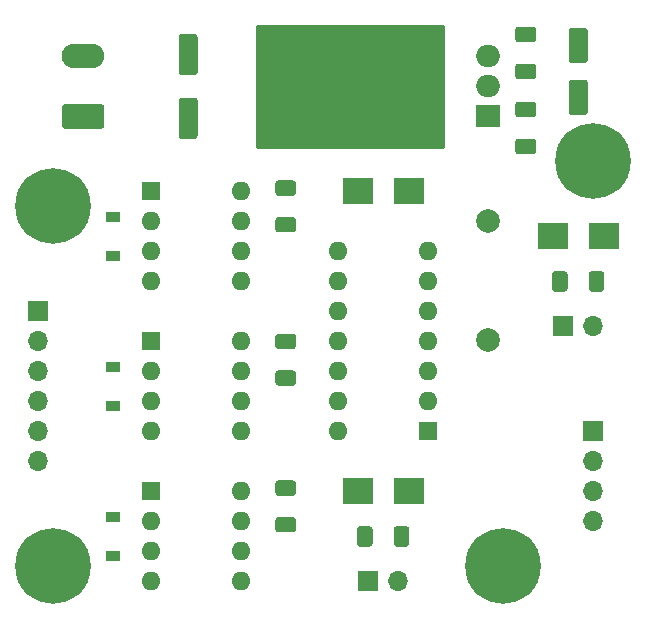
<source format=gbr>
%TF.GenerationSoftware,KiCad,Pcbnew,5.1.10-1.fc33*%
%TF.CreationDate,2021-06-13T17:02:16+02:00*%
%TF.ProjectId,power-driver,706f7765-722d-4647-9269-7665722e6b69,rev?*%
%TF.SameCoordinates,Original*%
%TF.FileFunction,Soldermask,Top*%
%TF.FilePolarity,Negative*%
%FSLAX46Y46*%
G04 Gerber Fmt 4.6, Leading zero omitted, Abs format (unit mm)*
G04 Created by KiCad (PCBNEW 5.1.10-1.fc33) date 2021-06-13 17:02:16*
%MOMM*%
%LPD*%
G01*
G04 APERTURE LIST*
%ADD10C,6.400000*%
%ADD11R,1.200000X0.900000*%
%ADD12O,1.700000X1.700000*%
%ADD13R,1.700000X1.700000*%
%ADD14O,2.000000X1.905000*%
%ADD15R,2.000000X1.905000*%
%ADD16O,3.500000X3.500000*%
%ADD17O,1.600000X1.600000*%
%ADD18R,1.600000X1.600000*%
%ADD19O,3.600000X2.080000*%
%ADD20R,2.500000X2.300000*%
%ADD21C,2.000000*%
%ADD22C,0.254000*%
%ADD23C,0.100000*%
G04 APERTURE END LIST*
D10*
%TO.C,H4*%
X100330000Y-119380000D03*
%TD*%
D11*
%TO.C,D6*%
X105410000Y-118490000D03*
X105410000Y-115190000D03*
%TD*%
%TO.C,D5*%
X105410000Y-105790000D03*
X105410000Y-102490000D03*
%TD*%
%TO.C,D4*%
X105410000Y-93090000D03*
X105410000Y-89790000D03*
%TD*%
D10*
%TO.C,H3*%
X138430000Y-119380000D03*
%TD*%
%TO.C,H2*%
X146050000Y-85090000D03*
%TD*%
%TO.C,H1*%
X100330000Y-88900000D03*
%TD*%
D12*
%TO.C,JP2*%
X129540000Y-120650000D03*
D13*
X127000000Y-120650000D03*
%TD*%
D12*
%TO.C,JP1*%
X146050000Y-99060000D03*
D13*
X143510000Y-99060000D03*
%TD*%
D12*
%TO.C,J3*%
X146050000Y-115570000D03*
X146050000Y-113030000D03*
X146050000Y-110490000D03*
D13*
X146050000Y-107950000D03*
%TD*%
D12*
%TO.C,J2*%
X99060000Y-110490000D03*
X99060000Y-107950000D03*
X99060000Y-105410000D03*
X99060000Y-102870000D03*
X99060000Y-100330000D03*
D13*
X99060000Y-97790000D03*
%TD*%
D14*
%TO.C,U1*%
X137160000Y-76200000D03*
X137160000Y-78740000D03*
D15*
X137160000Y-81280000D03*
D16*
X120500000Y-78740000D03*
%TD*%
D17*
%TO.C,U5*%
X124460000Y-107950000D03*
X132080000Y-92710000D03*
X124460000Y-105410000D03*
X132080000Y-95250000D03*
X124460000Y-102870000D03*
X132080000Y-97790000D03*
X124460000Y-100330000D03*
X132080000Y-100330000D03*
X124460000Y-97790000D03*
X132080000Y-102870000D03*
X124460000Y-95250000D03*
X132080000Y-105410000D03*
X124460000Y-92710000D03*
D18*
X132080000Y-107950000D03*
%TD*%
D17*
%TO.C,U4*%
X116205000Y-113030000D03*
X108585000Y-120650000D03*
X116205000Y-115570000D03*
X108585000Y-118110000D03*
X116205000Y-118110000D03*
X108585000Y-115570000D03*
X116205000Y-120650000D03*
D18*
X108585000Y-113030000D03*
%TD*%
D17*
%TO.C,U3*%
X116205000Y-100330000D03*
X108585000Y-107950000D03*
X116205000Y-102870000D03*
X108585000Y-105410000D03*
X116205000Y-105410000D03*
X108585000Y-102870000D03*
X116205000Y-107950000D03*
D18*
X108585000Y-100330000D03*
%TD*%
D17*
%TO.C,U2*%
X116205000Y-87630000D03*
X108585000Y-95250000D03*
X116205000Y-90170000D03*
X108585000Y-92710000D03*
X116205000Y-92710000D03*
X108585000Y-90170000D03*
X116205000Y-95250000D03*
D18*
X108585000Y-87630000D03*
%TD*%
%TO.C,R8*%
G36*
G01*
X129170000Y-117465000D02*
X129170000Y-116215000D01*
G75*
G02*
X129420000Y-115965000I250000J0D01*
G01*
X130220000Y-115965000D01*
G75*
G02*
X130470000Y-116215000I0J-250000D01*
G01*
X130470000Y-117465000D01*
G75*
G02*
X130220000Y-117715000I-250000J0D01*
G01*
X129420000Y-117715000D01*
G75*
G02*
X129170000Y-117465000I0J250000D01*
G01*
G37*
G36*
G01*
X126070000Y-117465000D02*
X126070000Y-116215000D01*
G75*
G02*
X126320000Y-115965000I250000J0D01*
G01*
X127120000Y-115965000D01*
G75*
G02*
X127370000Y-116215000I0J-250000D01*
G01*
X127370000Y-117465000D01*
G75*
G02*
X127120000Y-117715000I-250000J0D01*
G01*
X126320000Y-117715000D01*
G75*
G02*
X126070000Y-117465000I0J250000D01*
G01*
G37*
%TD*%
%TO.C,R7*%
G36*
G01*
X145680000Y-95875000D02*
X145680000Y-94625000D01*
G75*
G02*
X145930000Y-94375000I250000J0D01*
G01*
X146730000Y-94375000D01*
G75*
G02*
X146980000Y-94625000I0J-250000D01*
G01*
X146980000Y-95875000D01*
G75*
G02*
X146730000Y-96125000I-250000J0D01*
G01*
X145930000Y-96125000D01*
G75*
G02*
X145680000Y-95875000I0J250000D01*
G01*
G37*
G36*
G01*
X142580000Y-95875000D02*
X142580000Y-94625000D01*
G75*
G02*
X142830000Y-94375000I250000J0D01*
G01*
X143630000Y-94375000D01*
G75*
G02*
X143880000Y-94625000I0J-250000D01*
G01*
X143880000Y-95875000D01*
G75*
G02*
X143630000Y-96125000I-250000J0D01*
G01*
X142830000Y-96125000D01*
G75*
G02*
X142580000Y-95875000I0J250000D01*
G01*
G37*
%TD*%
%TO.C,R3*%
G36*
G01*
X119390000Y-115200000D02*
X120640000Y-115200000D01*
G75*
G02*
X120890000Y-115450000I0J-250000D01*
G01*
X120890000Y-116250000D01*
G75*
G02*
X120640000Y-116500000I-250000J0D01*
G01*
X119390000Y-116500000D01*
G75*
G02*
X119140000Y-116250000I0J250000D01*
G01*
X119140000Y-115450000D01*
G75*
G02*
X119390000Y-115200000I250000J0D01*
G01*
G37*
G36*
G01*
X119390000Y-112100000D02*
X120640000Y-112100000D01*
G75*
G02*
X120890000Y-112350000I0J-250000D01*
G01*
X120890000Y-113150000D01*
G75*
G02*
X120640000Y-113400000I-250000J0D01*
G01*
X119390000Y-113400000D01*
G75*
G02*
X119140000Y-113150000I0J250000D01*
G01*
X119140000Y-112350000D01*
G75*
G02*
X119390000Y-112100000I250000J0D01*
G01*
G37*
%TD*%
%TO.C,R2*%
G36*
G01*
X119390000Y-102780000D02*
X120640000Y-102780000D01*
G75*
G02*
X120890000Y-103030000I0J-250000D01*
G01*
X120890000Y-103830000D01*
G75*
G02*
X120640000Y-104080000I-250000J0D01*
G01*
X119390000Y-104080000D01*
G75*
G02*
X119140000Y-103830000I0J250000D01*
G01*
X119140000Y-103030000D01*
G75*
G02*
X119390000Y-102780000I250000J0D01*
G01*
G37*
G36*
G01*
X119390000Y-99680000D02*
X120640000Y-99680000D01*
G75*
G02*
X120890000Y-99930000I0J-250000D01*
G01*
X120890000Y-100730000D01*
G75*
G02*
X120640000Y-100980000I-250000J0D01*
G01*
X119390000Y-100980000D01*
G75*
G02*
X119140000Y-100730000I0J250000D01*
G01*
X119140000Y-99930000D01*
G75*
G02*
X119390000Y-99680000I250000J0D01*
G01*
G37*
%TD*%
%TO.C,R1*%
G36*
G01*
X119390000Y-89800000D02*
X120640000Y-89800000D01*
G75*
G02*
X120890000Y-90050000I0J-250000D01*
G01*
X120890000Y-90850000D01*
G75*
G02*
X120640000Y-91100000I-250000J0D01*
G01*
X119390000Y-91100000D01*
G75*
G02*
X119140000Y-90850000I0J250000D01*
G01*
X119140000Y-90050000D01*
G75*
G02*
X119390000Y-89800000I250000J0D01*
G01*
G37*
G36*
G01*
X119390000Y-86700000D02*
X120640000Y-86700000D01*
G75*
G02*
X120890000Y-86950000I0J-250000D01*
G01*
X120890000Y-87750000D01*
G75*
G02*
X120640000Y-88000000I-250000J0D01*
G01*
X119390000Y-88000000D01*
G75*
G02*
X119140000Y-87750000I0J250000D01*
G01*
X119140000Y-86950000D01*
G75*
G02*
X119390000Y-86700000I250000J0D01*
G01*
G37*
%TD*%
D19*
%TO.C,J1*%
X102870000Y-76200000D03*
G36*
G01*
X104420001Y-82320000D02*
X101319999Y-82320000D01*
G75*
G02*
X101070000Y-82070001I0J249999D01*
G01*
X101070000Y-80489999D01*
G75*
G02*
X101319999Y-80240000I249999J0D01*
G01*
X104420001Y-80240000D01*
G75*
G02*
X104670000Y-80489999I0J-249999D01*
G01*
X104670000Y-82070001D01*
G75*
G02*
X104420001Y-82320000I-249999J0D01*
G01*
G37*
%TD*%
D20*
%TO.C,D3*%
X130420000Y-113030000D03*
X126120000Y-113030000D03*
%TD*%
%TO.C,D2*%
X146930000Y-91440000D03*
X142630000Y-91440000D03*
%TD*%
%TO.C,D1*%
X126120000Y-87630000D03*
X130420000Y-87630000D03*
%TD*%
D21*
%TO.C,C10*%
X137160000Y-100170000D03*
X137160000Y-90170000D03*
%TD*%
%TO.C,C4*%
G36*
G01*
X144230000Y-78170000D02*
X145330000Y-78170000D01*
G75*
G02*
X145580000Y-78420000I0J-250000D01*
G01*
X145580000Y-80920000D01*
G75*
G02*
X145330000Y-81170000I-250000J0D01*
G01*
X144230000Y-81170000D01*
G75*
G02*
X143980000Y-80920000I0J250000D01*
G01*
X143980000Y-78420000D01*
G75*
G02*
X144230000Y-78170000I250000J0D01*
G01*
G37*
G36*
G01*
X144230000Y-73770000D02*
X145330000Y-73770000D01*
G75*
G02*
X145580000Y-74020000I0J-250000D01*
G01*
X145580000Y-76520000D01*
G75*
G02*
X145330000Y-76770000I-250000J0D01*
G01*
X144230000Y-76770000D01*
G75*
G02*
X143980000Y-76520000I0J250000D01*
G01*
X143980000Y-74020000D01*
G75*
G02*
X144230000Y-73770000I250000J0D01*
G01*
G37*
%TD*%
%TO.C,C3*%
G36*
G01*
X139684999Y-76807500D02*
X140985001Y-76807500D01*
G75*
G02*
X141235000Y-77057499I0J-249999D01*
G01*
X141235000Y-77882501D01*
G75*
G02*
X140985001Y-78132500I-249999J0D01*
G01*
X139684999Y-78132500D01*
G75*
G02*
X139435000Y-77882501I0J249999D01*
G01*
X139435000Y-77057499D01*
G75*
G02*
X139684999Y-76807500I249999J0D01*
G01*
G37*
G36*
G01*
X139684999Y-73682500D02*
X140985001Y-73682500D01*
G75*
G02*
X141235000Y-73932499I0J-249999D01*
G01*
X141235000Y-74757501D01*
G75*
G02*
X140985001Y-75007500I-249999J0D01*
G01*
X139684999Y-75007500D01*
G75*
G02*
X139435000Y-74757501I0J249999D01*
G01*
X139435000Y-73932499D01*
G75*
G02*
X139684999Y-73682500I249999J0D01*
G01*
G37*
%TD*%
%TO.C,C2*%
G36*
G01*
X140985001Y-81357500D02*
X139684999Y-81357500D01*
G75*
G02*
X139435000Y-81107501I0J249999D01*
G01*
X139435000Y-80282499D01*
G75*
G02*
X139684999Y-80032500I249999J0D01*
G01*
X140985001Y-80032500D01*
G75*
G02*
X141235000Y-80282499I0J-249999D01*
G01*
X141235000Y-81107501D01*
G75*
G02*
X140985001Y-81357500I-249999J0D01*
G01*
G37*
G36*
G01*
X140985001Y-84482500D02*
X139684999Y-84482500D01*
G75*
G02*
X139435000Y-84232501I0J249999D01*
G01*
X139435000Y-83407499D01*
G75*
G02*
X139684999Y-83157500I249999J0D01*
G01*
X140985001Y-83157500D01*
G75*
G02*
X141235000Y-83407499I0J-249999D01*
G01*
X141235000Y-84232501D01*
G75*
G02*
X140985001Y-84482500I-249999J0D01*
G01*
G37*
%TD*%
%TO.C,C1*%
G36*
G01*
X112310000Y-77790000D02*
X111210000Y-77790000D01*
G75*
G02*
X110960000Y-77540000I0J250000D01*
G01*
X110960000Y-74540000D01*
G75*
G02*
X111210000Y-74290000I250000J0D01*
G01*
X112310000Y-74290000D01*
G75*
G02*
X112560000Y-74540000I0J-250000D01*
G01*
X112560000Y-77540000D01*
G75*
G02*
X112310000Y-77790000I-250000J0D01*
G01*
G37*
G36*
G01*
X112310000Y-83190000D02*
X111210000Y-83190000D01*
G75*
G02*
X110960000Y-82940000I0J250000D01*
G01*
X110960000Y-79940000D01*
G75*
G02*
X111210000Y-79690000I250000J0D01*
G01*
X112310000Y-79690000D01*
G75*
G02*
X112560000Y-79940000I0J-250000D01*
G01*
X112560000Y-82940000D01*
G75*
G02*
X112310000Y-83190000I-250000J0D01*
G01*
G37*
%TD*%
D22*
X133223000Y-83693000D02*
X117602000Y-83693000D01*
X117602000Y-73787000D01*
X133223000Y-73787000D01*
X133223000Y-83693000D01*
D23*
G36*
X133223000Y-83693000D02*
G01*
X117602000Y-83693000D01*
X117602000Y-73787000D01*
X133223000Y-73787000D01*
X133223000Y-83693000D01*
G37*
D22*
X133373000Y-83873000D02*
X117627000Y-83873000D01*
X117627000Y-73627000D01*
X133373000Y-73627000D01*
X133373000Y-83873000D01*
D23*
G36*
X133373000Y-83873000D02*
G01*
X117627000Y-83873000D01*
X117627000Y-73627000D01*
X133373000Y-73627000D01*
X133373000Y-83873000D01*
G37*
M02*

</source>
